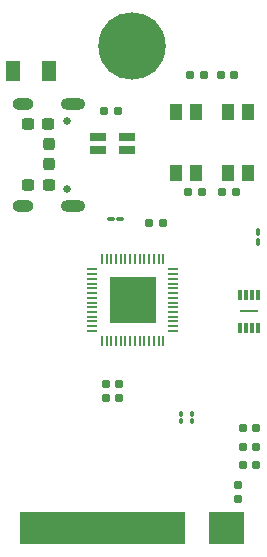
<source format=gbr>
%TF.GenerationSoftware,KiCad,Pcbnew,8.0.1*%
%TF.CreationDate,2024-04-18T13:31:19+02:00*%
%TF.ProjectId,ESP32S3_M.2_Board,45535033-3253-4335-9f4d-2e325f426f61,rev?*%
%TF.SameCoordinates,Original*%
%TF.FileFunction,Soldermask,Top*%
%TF.FilePolarity,Negative*%
%FSLAX46Y46*%
G04 Gerber Fmt 4.6, Leading zero omitted, Abs format (unit mm)*
G04 Created by KiCad (PCBNEW 8.0.1) date 2024-04-18 13:31:19*
%MOMM*%
%LPD*%
G01*
G04 APERTURE LIST*
G04 Aperture macros list*
%AMRoundRect*
0 Rectangle with rounded corners*
0 $1 Rounding radius*
0 $2 $3 $4 $5 $6 $7 $8 $9 X,Y pos of 4 corners*
0 Add a 4 corners polygon primitive as box body*
4,1,4,$2,$3,$4,$5,$6,$7,$8,$9,$2,$3,0*
0 Add four circle primitives for the rounded corners*
1,1,$1+$1,$2,$3*
1,1,$1+$1,$4,$5*
1,1,$1+$1,$6,$7*
1,1,$1+$1,$8,$9*
0 Add four rect primitives between the rounded corners*
20,1,$1+$1,$2,$3,$4,$5,0*
20,1,$1+$1,$4,$5,$6,$7,0*
20,1,$1+$1,$6,$7,$8,$9,0*
20,1,$1+$1,$8,$9,$2,$3,0*%
G04 Aperture macros list end*
%ADD10RoundRect,0.155000X-0.212500X-0.155000X0.212500X-0.155000X0.212500X0.155000X-0.212500X0.155000X0*%
%ADD11RoundRect,0.100000X-0.100000X0.130000X-0.100000X-0.130000X0.100000X-0.130000X0.100000X0.130000X0*%
%ADD12RoundRect,0.237500X0.237500X-0.287500X0.237500X0.287500X-0.237500X0.287500X-0.237500X-0.287500X0*%
%ADD13RoundRect,0.050000X-0.350000X-0.050000X0.350000X-0.050000X0.350000X0.050000X-0.350000X0.050000X0*%
%ADD14RoundRect,0.050000X-0.050000X-0.350000X0.050000X-0.350000X0.050000X0.350000X-0.050000X0.350000X0*%
%ADD15R,4.000000X4.000000*%
%ADD16RoundRect,0.237500X0.300000X0.237500X-0.300000X0.237500X-0.300000X-0.237500X0.300000X-0.237500X0*%
%ADD17R,1.340000X0.700000*%
%ADD18RoundRect,0.155000X0.212500X0.155000X-0.212500X0.155000X-0.212500X-0.155000X0.212500X-0.155000X0*%
%ADD19RoundRect,0.155000X-0.155000X0.212500X-0.155000X-0.212500X0.155000X-0.212500X0.155000X0.212500X0*%
%ADD20R,1.000000X1.450000*%
%ADD21RoundRect,0.100000X0.100000X-0.217500X0.100000X0.217500X-0.100000X0.217500X-0.100000X-0.217500X0*%
%ADD22R,0.300000X0.900000*%
%ADD23R,1.650000X0.250000*%
%ADD24RoundRect,0.160000X-0.160000X0.197500X-0.160000X-0.197500X0.160000X-0.197500X0.160000X0.197500X0*%
%ADD25R,1.150000X1.800000*%
%ADD26RoundRect,0.160000X-0.197500X-0.160000X0.197500X-0.160000X0.197500X0.160000X-0.197500X0.160000X0*%
%ADD27RoundRect,0.100000X-0.217500X-0.100000X0.217500X-0.100000X0.217500X0.100000X-0.217500X0.100000X0*%
%ADD28C,5.703200*%
%ADD29RoundRect,0.101600X-0.175000X-1.250000X0.175000X-1.250000X0.175000X1.250000X-0.175000X1.250000X0*%
%ADD30RoundRect,0.160000X0.197500X0.160000X-0.197500X0.160000X-0.197500X-0.160000X0.197500X-0.160000X0*%
%ADD31C,0.650000*%
%ADD32O,1.800000X1.000000*%
%ADD33O,2.100000X1.000000*%
G04 APERTURE END LIST*
D10*
%TO.C,C14*%
X230340000Y-106075000D03*
X231475000Y-106075000D03*
%TD*%
D11*
%TO.C,R1*%
X233050000Y-122205000D03*
X233050000Y-122845000D03*
%TD*%
D12*
%TO.C,L3*%
X221875000Y-101075000D03*
X221875000Y-99325000D03*
%TD*%
D13*
%TO.C,U3*%
X225485000Y-109980000D03*
X225485000Y-110380000D03*
X225485000Y-110780000D03*
X225485000Y-111180000D03*
X225485000Y-111580000D03*
X225485000Y-111980000D03*
X225485000Y-112380000D03*
X225485000Y-112780000D03*
X225485000Y-113180000D03*
X225485000Y-113580000D03*
X225485000Y-113980000D03*
X225485000Y-114380000D03*
X225485000Y-114780000D03*
X225485000Y-115180000D03*
D14*
X226335000Y-116030000D03*
X226735000Y-116030000D03*
X227135000Y-116030000D03*
X227535000Y-116030000D03*
X227935000Y-116030000D03*
X228335000Y-116030000D03*
X228735000Y-116030000D03*
X229135000Y-116030000D03*
X229535000Y-116030000D03*
X229935000Y-116030000D03*
X230335000Y-116030000D03*
X230735000Y-116030000D03*
X231135000Y-116030000D03*
X231535000Y-116030000D03*
D13*
X232385000Y-115180000D03*
X232385000Y-114780000D03*
X232385000Y-114380000D03*
X232385000Y-113980000D03*
X232385000Y-113580000D03*
X232385000Y-113180000D03*
X232385000Y-112780000D03*
X232385000Y-112380000D03*
X232385000Y-111980000D03*
X232385000Y-111580000D03*
X232385000Y-111180000D03*
X232385000Y-110780000D03*
X232385000Y-110380000D03*
X232385000Y-109980000D03*
D14*
X231535000Y-109130000D03*
X231135000Y-109130000D03*
X230735000Y-109130000D03*
X230335000Y-109130000D03*
X229935000Y-109130000D03*
X229535000Y-109130000D03*
X229135000Y-109130000D03*
X228735000Y-109130000D03*
X228335000Y-109130000D03*
X227935000Y-109130000D03*
X227535000Y-109130000D03*
X227135000Y-109130000D03*
X226735000Y-109130000D03*
X226335000Y-109130000D03*
D15*
X228935000Y-112580000D03*
%TD*%
D16*
%TO.C,C25*%
X221812500Y-97675000D03*
X220087500Y-97675000D03*
%TD*%
D17*
%TO.C,LED*%
X225990000Y-98750000D03*
X225990000Y-99850000D03*
X228460000Y-99850000D03*
X228460000Y-98750000D03*
%TD*%
D18*
%TO.C,C26*%
X227667500Y-96550000D03*
X226532500Y-96550000D03*
%TD*%
D19*
%TO.C,C15*%
X226650000Y-119707500D03*
X226650000Y-120842500D03*
%TD*%
D20*
%TO.C,RST*%
X232625000Y-101825000D03*
X232625000Y-96675000D03*
X234325000Y-101825000D03*
X234325000Y-96675000D03*
%TD*%
D21*
%TO.C,R3*%
X239575000Y-107657500D03*
X239575000Y-106842500D03*
%TD*%
D22*
%TO.C,U4*%
X238040000Y-114910000D03*
X238540000Y-114910000D03*
X239040000Y-114910000D03*
X239540000Y-114910000D03*
X239540000Y-112110000D03*
X239040000Y-112110000D03*
X238540000Y-112110000D03*
X238040000Y-112110000D03*
D23*
X238790000Y-113510000D03*
%TD*%
D24*
%TO.C,R10*%
X237900000Y-128227500D03*
X237900000Y-129422500D03*
%TD*%
D10*
%TO.C,C17*%
X238282500Y-126575000D03*
X239417500Y-126575000D03*
%TD*%
D16*
%TO.C,C24*%
X221837500Y-102825000D03*
X220112500Y-102825000D03*
%TD*%
D25*
%TO.C,ANT1*%
X221825000Y-93150000D03*
X218825000Y-93150000D03*
%TD*%
D26*
%TO.C,R12*%
X236527500Y-103450000D03*
X237722500Y-103450000D03*
%TD*%
D19*
%TO.C,C11*%
X227800000Y-119707500D03*
X227800000Y-120842500D03*
%TD*%
D10*
%TO.C,C16*%
X238290000Y-123375000D03*
X239425000Y-123375000D03*
%TD*%
D27*
%TO.C,R13*%
X227092500Y-105750000D03*
X227907500Y-105750000D03*
%TD*%
D11*
%TO.C,R2*%
X233950000Y-122205000D03*
X233950000Y-122845000D03*
%TD*%
D10*
%TO.C,C18*%
X238290000Y-124975000D03*
X239425000Y-124975000D03*
%TD*%
D28*
%TO.C,J2*%
X228900000Y-91100000D03*
D29*
X238150000Y-131850000D03*
X237650000Y-131850000D03*
X237150000Y-131850000D03*
X236650000Y-131850000D03*
X236150000Y-131850000D03*
X235650000Y-131850000D03*
X233150000Y-131850000D03*
X232650000Y-131850000D03*
X232150000Y-131850000D03*
X231650000Y-131850000D03*
X231150000Y-131850000D03*
X230650000Y-131850000D03*
X230150000Y-131850000D03*
X229650000Y-131850000D03*
X229150000Y-131850000D03*
X228650000Y-131850000D03*
X228150000Y-131850000D03*
X227650000Y-131850000D03*
X227150000Y-131850000D03*
X226650000Y-131850000D03*
X226150000Y-131850000D03*
X225650000Y-131850000D03*
X225150000Y-131850000D03*
X224650000Y-131850000D03*
X224150000Y-131850000D03*
X223650000Y-131850000D03*
X223150000Y-131850000D03*
X222650000Y-131850000D03*
X222150000Y-131850000D03*
X221650000Y-131850000D03*
X221150000Y-131850000D03*
X220650000Y-131850000D03*
X220150000Y-131850000D03*
X219650000Y-131850000D03*
%TD*%
D30*
%TO.C,R9*%
X234797500Y-103450000D03*
X233602500Y-103450000D03*
%TD*%
D18*
%TO.C,C10*%
X234967500Y-93525000D03*
X233832500Y-93525000D03*
%TD*%
D10*
%TO.C,C23*%
X236382500Y-93525000D03*
X237517500Y-93525000D03*
%TD*%
D20*
%TO.C,BOOT*%
X238700000Y-96675000D03*
X238700000Y-101825000D03*
X237000000Y-96675000D03*
X237000000Y-101825000D03*
%TD*%
D31*
%TO.C,J1*%
X223365000Y-103190000D03*
X223365000Y-97410000D03*
D32*
X219685000Y-104620000D03*
D33*
X223865000Y-104620000D03*
D32*
X219685000Y-95980000D03*
D33*
X223865000Y-95980000D03*
%TD*%
M02*

</source>
